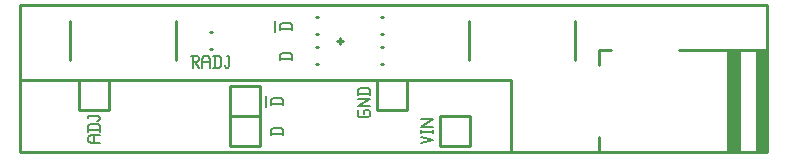
<source format=gbr>
G04 start of page 8 for group -4079 idx -4079 *
G04 Title: (unknown), topsilk *
G04 Creator: pcb 20110918 *
G04 CreationDate: Sat 30 Jan 2016 03:31:44 AM GMT UTC *
G04 For: railfan *
G04 Format: Gerber/RS-274X *
G04 PCB-Dimensions: 250000 50000 *
G04 PCB-Coordinate-Origin: lower left *
%MOIN*%
%FSLAX25Y25*%
%LNTOPSILK*%
%ADD49C,0.0080*%
%ADD48C,0.0100*%
G54D48*X500Y500D02*Y49500D01*
X164000Y24500D02*X500D01*
X164000D02*Y500D01*
G54D49*X85500Y44000D02*Y40500D01*
G54D48*X107000Y38500D02*Y36500D01*
X106000Y37500D02*X108000D01*
G54D49*X82500Y19000D02*Y15500D01*
G54D48*X500Y49500D02*X249500D01*
Y500D01*
X500D01*
G54D49*X87000Y31500D02*X91000D01*
X87000Y32800D02*X87700Y33500D01*
X90300D01*
X91000Y32800D02*X90300Y33500D01*
X91000Y32800D02*Y31000D01*
X87000Y32800D02*Y31000D01*
Y41500D02*X91000D01*
X87000Y42800D02*X87700Y43500D01*
X90300D01*
X91000Y42800D02*X90300Y43500D01*
X91000Y42800D02*Y41000D01*
X87000Y42800D02*Y41000D01*
X84000Y6500D02*X88000D01*
X84000Y7800D02*X84700Y8500D01*
X87300D01*
X88000Y7800D02*X87300Y8500D01*
X88000Y7800D02*Y6000D01*
X84000Y7800D02*Y6000D01*
Y16500D02*X88000D01*
X84000Y17800D02*X84700Y18500D01*
X87300D01*
X88000Y17800D02*X87300Y18500D01*
X88000Y17800D02*Y16000D01*
X84000Y17800D02*Y16000D01*
X113000Y14000D02*X113500Y14500D01*
X113000Y14000D02*Y12500D01*
X113500Y12000D02*X113000Y12500D01*
X113500Y12000D02*X116500D01*
X117000Y12500D01*
Y14000D02*Y12500D01*
Y14000D02*X116500Y14500D01*
X115500D02*X116500D01*
X115000Y14000D02*X115500Y14500D01*
X115000Y14000D02*Y13000D01*
X113000Y15700D02*X117000D01*
X113000D02*X117000Y18200D01*
X113000D02*X117000D01*
X113000Y19900D02*X117000D01*
X113000Y21200D02*X113700Y21900D01*
X116300D01*
X117000Y21200D02*X116300Y21900D01*
X117000Y21200D02*Y19400D01*
X113000Y21200D02*Y19400D01*
X57500Y32500D02*X59500D01*
X60000Y32000D01*
Y31000D01*
X59500Y30500D02*X60000Y31000D01*
X58000Y30500D02*X59500D01*
X58000Y32500D02*Y28500D01*
X58800Y30500D02*X60000Y28500D01*
X61200Y31500D02*Y28500D01*
Y31500D02*X61900Y32500D01*
X63000D01*
X63700Y31500D01*
Y28500D01*
X61200Y30500D02*X63700D01*
X65400Y32500D02*Y28500D01*
X66700Y32500D02*X67400Y31800D01*
Y29200D01*
X66700Y28500D02*X67400Y29200D01*
X64900Y28500D02*X66700D01*
X64900Y32500D02*X66700D01*
X69300D02*X70100D01*
Y29000D01*
X69600Y28500D02*X70100Y29000D01*
X69100Y28500D02*X69600D01*
X68600Y29000D02*X69100Y28500D01*
X68600Y29500D02*Y29000D01*
X24000Y3500D02*X27000D01*
X24000D02*X23000Y4200D01*
Y5300D02*Y4200D01*
Y5300D02*X24000Y6000D01*
X27000D01*
X25000D02*Y3500D01*
X23000Y7700D02*X27000D01*
X23000Y9000D02*X23700Y9700D01*
X26300D01*
X27000Y9000D02*X26300Y9700D01*
X27000Y9000D02*Y7200D01*
X23000Y9000D02*Y7200D01*
Y12400D02*Y11600D01*
Y12400D02*X26500D01*
X27000Y11900D02*X26500Y12400D01*
X27000Y11900D02*Y11400D01*
X26500Y10900D02*X27000Y11400D01*
X26000Y10900D02*X26500D01*
X134000Y3500D02*X138000Y4500D01*
X134000Y5500D01*
Y7700D02*Y6700D01*
Y7200D02*X138000D01*
Y7700D02*Y6700D01*
X134000Y8900D02*X138000D01*
X134000D02*X138000Y11400D01*
X134000D02*X138000D01*
G54D48*X17000Y44000D02*Y31008D01*
X52433Y44000D02*Y31008D01*
X20000Y14500D02*X30000D01*
Y24500D02*Y14500D01*
X20000Y24500D02*X30000D01*
X20000D02*Y14500D01*
X63607Y40255D02*X64393D01*
X63607Y34745D02*X64393D01*
X220000Y34500D02*X249500D01*
Y500D01*
X193500D02*X249500D01*
X193500Y5500D02*Y500D01*
Y34500D02*X197500D01*
X193500D02*Y29500D01*
X249500Y34500D02*Y500D01*
X249000Y34500D02*Y500D01*
X248500Y34500D02*Y500D01*
X248000Y34500D02*Y500D01*
X247500Y34500D02*Y500D01*
X247000Y34500D02*Y500D01*
X246500Y34500D02*Y500D01*
X246000Y34500D02*Y500D01*
X236500Y34500D02*Y500D01*
X237000Y34500D02*Y500D01*
X237500Y34500D02*Y500D01*
X238000Y34500D02*Y500D01*
X238500Y34500D02*Y500D01*
X239000Y34500D02*Y500D01*
X239500Y34500D02*Y500D01*
X240000Y34500D02*Y500D01*
X140500Y12500D02*Y2500D01*
X150500D01*
Y12500D01*
X140500D01*
X70500Y22500D02*Y12500D01*
X80500D01*
Y22500D01*
X70500D01*
Y12500D02*Y2500D01*
X80500D01*
Y12500D01*
X70500D01*
X119500Y24500D02*Y14500D01*
X129500D01*
Y24500D01*
X119500D01*
X99107Y45255D02*X99893D01*
X99107Y39745D02*X99893D01*
X120607Y45255D02*X121393D01*
X120607Y39745D02*X121393D01*
X99107Y35255D02*X99893D01*
X99107Y29745D02*X99893D01*
X120607Y35255D02*X121393D01*
X120607Y29745D02*X121393D01*
X150000Y44000D02*Y31008D01*
X185433Y44000D02*Y31008D01*
M02*

</source>
